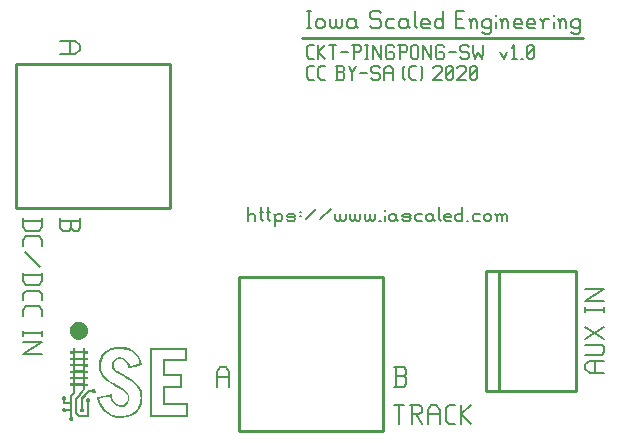
<source format=gbr>
G04 start of page 8 for group -4079 idx -4079 *
G04 Title: (unknown), topsilk *
G04 Creator: pcb 20140316 *
G04 CreationDate: Thu 20 Aug 2020 03:07:22 AM GMT UTC *
G04 For: railfan *
G04 Format: Gerber/RS-274X *
G04 PCB-Dimensions (mil): 2000.00 2000.00 *
G04 PCB-Coordinate-Origin: lower left *
%MOIN*%
%FSLAX25Y25*%
%LNTOPSILK*%
%ADD42C,0.0070*%
%ADD41C,0.0060*%
%ADD40C,0.0065*%
%ADD39C,0.0100*%
%ADD38C,0.0001*%
G54D38*G36*
X22133Y32100D02*X21248Y32387D01*
X20483Y32946D01*
X19935Y33678D01*
X19648Y34541D01*
X19610Y35181D01*
X19691Y35800D01*
X20001Y36565D01*
X20521Y37216D01*
X21368Y37791D01*
X22339Y38034D01*
X23348Y37947D01*
X24292Y37520D01*
X24845Y37015D01*
X25269Y36397D01*
X25502Y35713D01*
X25572Y34986D01*
X25464Y34259D01*
X25198Y33586D01*
X24791Y33038D01*
X24276Y32593D01*
X23674Y32273D01*
X23023Y32100D01*
X22572Y32078D01*
X22133Y32100D01*
G37*
G36*
X23299Y7941D02*X23017Y8130D01*
X22838Y8418D01*
X22833Y8852D01*
X23060Y9205D01*
X23191Y9297D01*
X23202Y9758D01*
X23207Y10870D01*
Y12444D01*
X24303Y13822D01*
X25393Y15205D01*
X26723D01*
X26809Y15325D01*
X27037Y15520D01*
X27189Y15585D01*
X27395Y15596D01*
X27596Y15590D01*
X27748Y15520D01*
X27970Y15330D01*
X28106Y15086D01*
X28122Y14804D01*
X28057Y14532D01*
X27781Y14245D01*
X27395Y14131D01*
X26837Y14380D01*
X26712Y14516D01*
X25724D01*
X24807Y13361D01*
X23896Y12205D01*
Y9308D01*
X23999Y9237D01*
X24259Y8841D01*
X24227Y8342D01*
X23842Y7968D01*
X23299Y7935D01*
Y7941D01*
G37*
G36*
X46162Y17853D02*X46802Y17858D01*
X46796Y6959D01*
X58222D01*
Y10116D01*
X50448D01*
Y16637D01*
X56133D01*
Y19806D01*
X50448D01*
Y25589D01*
X57908D01*
Y28758D01*
X46813D01*
X46802Y17858D01*
X46162Y17853D01*
Y29382D01*
X58542D01*
Y24971D01*
X51082D01*
Y20451D01*
X56763D01*
Y16041D01*
X51099D01*
X51088Y13409D01*
X51082Y10778D01*
X58846D01*
Y6340D01*
X46162D01*
Y17853D01*
G37*
G36*
X35577Y6047D02*X33759Y6389D01*
X32175Y7111D01*
X31068Y7989D01*
X30124Y9096D01*
X29262Y10659D01*
X28616Y12514D01*
X28518Y12883D01*
X30938Y13399D01*
X31871Y13599D01*
X32647Y13762D01*
X33173Y13865D01*
X33374Y13898D01*
X33428Y13686D01*
X33477Y13436D01*
X33559Y13100D01*
X33922Y12075D01*
X34437Y11250D01*
X35083Y10642D01*
X35854Y10279D01*
X36092Y10236D01*
X36488Y10219D01*
X36879Y10236D01*
X37134Y10279D01*
X38154Y10865D01*
X38713Y11901D01*
X38767Y12530D01*
X38713Y13127D01*
X39315Y13301D01*
X39353Y11885D01*
X38995Y10935D01*
X38365Y10203D01*
X37508Y9742D01*
X36472Y9574D01*
X35143Y9877D01*
X34074Y10702D01*
X33282Y11945D01*
X33081Y12471D01*
X32935Y12975D01*
X32886Y13144D01*
X32837Y13160D01*
X32685Y13133D01*
X32327Y13057D01*
X31801Y12943D01*
X31171Y12807D01*
X30021Y12563D01*
X29484Y12444D01*
X29321Y12395D01*
Y12362D01*
X29370Y12178D01*
X29495Y11809D01*
X29641Y11402D01*
X29766Y11076D01*
X30764Y9297D01*
X32050Y7968D01*
X33624Y7100D01*
X35495Y6682D01*
X35891Y6671D01*
X36439D01*
X36987Y6687D01*
X37410Y6720D01*
X38740Y6975D01*
X39901Y7409D01*
X40801Y7941D01*
X41555Y8597D01*
X42158Y9378D01*
X42624Y10284D01*
X42852Y10979D01*
X43009Y11765D01*
X43058Y12720D01*
X43009Y13654D01*
X42782Y14641D01*
X42424Y15531D01*
X41903Y16350D01*
X41219Y17131D01*
X40519Y17777D01*
X39711Y18374D01*
X38637Y19035D01*
X37145Y19865D01*
X36000Y20500D01*
X35208Y20978D01*
X34655Y21379D01*
X34226Y21781D01*
X33678Y22567D01*
X33510Y23435D01*
X33656Y24477D01*
X34090Y25291D01*
X34795Y25855D01*
X35750Y26137D01*
X36331Y26154D01*
X36906Y26088D01*
X37676Y25795D01*
X38344Y25269D01*
X38919Y24504D01*
X39413Y23484D01*
X39499Y23284D01*
X39559Y23240D01*
X39722Y23289D01*
X40101Y23392D01*
X40611Y23544D01*
X41197Y23712D01*
X41773Y23880D01*
X42272Y24032D01*
X42630Y24135D01*
X42771Y24179D01*
X42744Y24303D01*
X42657Y24580D01*
X42532Y24922D01*
X42413Y25237D01*
X41735Y26452D01*
X40845Y27456D01*
X39771Y28231D01*
X38517Y28758D01*
X36760Y29061D01*
X34839Y28975D01*
X33092Y28514D01*
X31692Y27678D01*
X30992Y26951D01*
X30450Y26067D01*
X30081Y25041D01*
X29880Y23891D01*
X29853Y23115D01*
X29891Y22405D01*
X30130Y21423D01*
X30569Y20517D01*
X31209Y19676D01*
X32072Y18884D01*
X32614Y18477D01*
X33244Y18064D01*
X34047Y17587D01*
X35132Y16979D01*
X35859Y16578D01*
X36401Y16269D01*
X36825Y16014D01*
X37199Y15775D01*
X38631Y14565D01*
X39315Y13301D01*
X38713Y13127D01*
X38116Y14196D01*
X36857Y15243D01*
X36494Y15476D01*
X36087Y15721D01*
X35571Y16014D01*
X34877Y16393D01*
X33499Y17169D01*
X32484Y17798D01*
X31709Y18363D01*
X31052Y18943D01*
X30303Y19784D01*
X29766Y20668D01*
X29348Y21851D01*
X29218Y23164D01*
X29310Y24450D01*
X29603Y25649D01*
X30363Y27173D01*
X31524Y28356D01*
X33054Y29181D01*
X34926Y29620D01*
X36385Y29702D01*
X37769Y29577D01*
X39044Y29251D01*
X40183Y28725D01*
X41322Y27879D01*
X42261Y26794D01*
X42988Y25492D01*
X43481Y23989D01*
X43541Y23734D01*
X41339Y23094D01*
X40476Y22850D01*
X39771Y22649D01*
X39293Y22519D01*
X39114Y22475D01*
X39038Y22676D01*
X38810Y23278D01*
X38550Y23853D01*
X37790Y24922D01*
X36841Y25454D01*
X36206Y25519D01*
X35555Y25470D01*
X34698Y24998D01*
X34361Y24537D01*
X34177Y23940D01*
X34139Y23457D01*
X34177Y23045D01*
X34524Y22394D01*
X35251Y21726D01*
X35604Y21482D01*
X36043Y21206D01*
X36618Y20880D01*
X37389Y20457D01*
X38257Y19985D01*
X38940Y19600D01*
X39499Y19269D01*
X39977Y18960D01*
X41203Y18032D01*
X42169Y17044D01*
X42896Y15992D01*
X43384Y14852D01*
X43660Y13480D01*
X43666Y12048D01*
X43411Y10648D01*
X42901Y9384D01*
X42104Y8266D01*
X41062Y7355D01*
X39792Y6677D01*
X38327Y6232D01*
X36949Y6058D01*
X35577Y6053D01*
Y6047D01*
G37*
G36*
X19735Y5027D02*X19339Y5298D01*
X19203Y5743D01*
X19257Y6058D01*
X19453Y6308D01*
X19583Y6422D01*
Y8304D01*
X18910D01*
X18433Y8299D01*
X18237Y8282D01*
X18145Y8158D01*
X17792Y7935D01*
X17364D01*
X17065Y8125D01*
X16881Y8418D01*
X16854Y8749D01*
X16962Y9042D01*
X17179Y9264D01*
X17494Y9384D01*
X17874Y9330D01*
X18183Y9091D01*
X18248Y8993D01*
X18916D01*
X19583Y8988D01*
Y10485D01*
X17250D01*
Y11218D01*
X17245Y11945D01*
X17147Y12015D01*
X16979Y12194D01*
X16870Y12411D01*
X16881Y12845D01*
X17065Y13133D01*
X17353Y13312D01*
X17689Y13344D01*
X17982Y13241D01*
X18205Y13019D01*
X18324Y12699D01*
X18270Y12324D01*
X18031Y12015D01*
X17934Y11945D01*
Y11169D01*
X19583D01*
Y13474D01*
X20049Y14066D01*
X20521Y14657D01*
Y16724D01*
X19610D01*
Y17511D01*
X23994D01*
Y18884D01*
X21178D01*
Y17511D01*
X20521D01*
Y18884D01*
X19610D01*
Y19643D01*
X20511D01*
Y21010D01*
X21194Y21037D01*
X21189Y20375D01*
X21183Y19904D01*
X21194Y19686D01*
X21259Y19676D01*
X21482Y19665D01*
X21916Y19659D01*
X22599Y19654D01*
X23994D01*
Y21037D01*
X21194D01*
X20511Y21010D01*
X19610D01*
Y21770D01*
X20521D01*
X21178Y21797D01*
X23994D01*
Y23170D01*
X21178D01*
Y21797D01*
X20521Y21770D01*
Y23142D01*
X19610D01*
Y23902D01*
X20511D01*
X20521Y25280D01*
X21178Y25323D01*
Y24645D01*
X21183Y24162D01*
X21200Y23945D01*
X21612Y23935D01*
X22599Y23929D01*
X23983D01*
X23988Y24618D01*
Y24634D01*
X23999Y25323D01*
X21178D01*
X20521Y25280D01*
X19610D01*
Y26040D01*
X20511D01*
Y27412D01*
X21194Y27466D01*
X21189Y26810D01*
X21183Y26333D01*
X21194Y26115D01*
X21259Y26105D01*
X21482Y26094D01*
X21916Y26088D01*
X22599Y26083D01*
X23999D01*
X23988Y26777D01*
X23983Y27466D01*
X21194D01*
X20511Y27412D01*
X19610D01*
Y28172D01*
X20521D01*
Y29414D01*
X21178D01*
Y28172D01*
X23994D01*
Y29414D01*
X24683D01*
Y28172D01*
X25594D01*
Y27412D01*
X24683D01*
Y26012D01*
X25594D01*
Y25253D01*
X24683D01*
Y23859D01*
X25594D01*
Y23099D01*
X24683D01*
Y21726D01*
X25594D01*
Y20967D01*
X24683D01*
Y19573D01*
X25594D01*
Y18813D01*
X24683D01*
Y17440D01*
X25594D01*
Y16654D01*
X24683D01*
X24677Y16068D01*
Y15476D01*
X23261Y13686D01*
X21840Y11901D01*
Y7892D01*
X22816Y6915D01*
X25236D01*
Y9037D01*
X25231Y9861D01*
Y10534D01*
X25225Y10990D01*
X25220Y11152D01*
X25095Y11245D01*
X24851Y11711D01*
X24986Y12227D01*
X25562Y12536D01*
X26164Y12265D01*
X26321Y11700D01*
X26023Y11190D01*
X25925Y11120D01*
Y6232D01*
X22534D01*
X21178Y7588D01*
Y12162D01*
X22588Y13941D01*
X23994Y15721D01*
Y16659D01*
X21178D01*
Y14321D01*
X20266Y13171D01*
Y6340D01*
X20332Y6308D01*
X20511Y6139D01*
X20641Y5906D01*
X20608Y5391D01*
X20261Y5011D01*
X19995Y4951D01*
X19735Y4962D01*
Y5027D01*
G37*
G54D39*X190500Y132500D02*X97000D01*
G54D40*X127500Y10370D02*X130760D01*
X129130D02*Y3850D01*
X132716Y10370D02*X135976D01*
X136791Y9555D01*
Y7925D01*
X135976Y7110D02*X136791Y7925D01*
X133531Y7110D02*X135976D01*
X133531Y10370D02*Y3850D01*
X134835Y7110D02*X136791Y3850D01*
X138747Y8740D02*Y3850D01*
Y8740D02*X139888Y10370D01*
X141681D01*
X142822Y8740D01*
Y3850D01*
X138747Y7110D02*X142822D01*
X145919Y3850D02*X148038D01*
X144778Y4991D02*X145919Y3850D01*
X144778Y9229D02*Y4991D01*
Y9229D02*X145919Y10370D01*
X148038D01*
X149994D02*Y3850D01*
Y7110D02*X153254Y10370D01*
X149994Y7110D02*X153254Y3850D01*
X127500Y16350D02*X130760D01*
X131575Y17165D01*
Y19121D02*Y17165D01*
X130760Y19936D02*X131575Y19121D01*
X128315Y19936D02*X130760D01*
X128315Y22870D02*Y16350D01*
X127500Y22870D02*X130760D01*
X131575Y22055D01*
Y20751D01*
X130760Y19936D02*X131575Y20751D01*
X68500Y21240D02*Y16350D01*
Y21240D02*X69641Y22870D01*
X71434D01*
X72575Y21240D01*
Y16350D01*
X68500Y19610D02*X72575D01*
G54D41*X79000Y76330D02*Y71650D01*
Y73405D02*X79585Y73990D01*
X80755D01*
X81340Y73405D01*
Y71650D01*
X83329Y76330D02*Y72235D01*
X83914Y71650D01*
X82744Y74575D02*X83914D01*
X85669Y76330D02*Y72235D01*
X86254Y71650D01*
X85084Y74575D02*X86254D01*
X88009Y73405D02*Y69895D01*
X87424Y73990D02*X88009Y73405D01*
X88594Y73990D01*
X89764D01*
X90349Y73405D01*
Y72235D01*
X89764Y71650D02*X90349Y72235D01*
X88594Y71650D02*X89764D01*
X88009Y72235D02*X88594Y71650D01*
X92338D02*X94093D01*
X94678Y72235D01*
X94093Y72820D02*X94678Y72235D01*
X92338Y72820D02*X94093D01*
X91753Y73405D02*X92338Y72820D01*
X91753Y73405D02*X92338Y73990D01*
X94093D01*
X94678Y73405D01*
X91753Y72235D02*X92338Y71650D01*
X96082Y74575D02*X96667D01*
X96082Y73405D02*X96667D01*
X98071Y72235D02*X101581Y75745D01*
X102985Y72235D02*X106495Y75745D01*
X107899Y73990D02*Y72235D01*
X108484Y71650D01*
X109069D01*
X109654Y72235D01*
Y73990D02*Y72235D01*
X110239Y71650D01*
X110824D01*
X111409Y72235D01*
Y73990D02*Y72235D01*
X112813Y73990D02*Y72235D01*
X113398Y71650D01*
X113983D01*
X114568Y72235D01*
Y73990D02*Y72235D01*
X115153Y71650D01*
X115738D01*
X116323Y72235D01*
Y73990D02*Y72235D01*
X117727Y73990D02*Y72235D01*
X118312Y71650D01*
X118897D01*
X119482Y72235D01*
Y73990D02*Y72235D01*
X120067Y71650D01*
X120652D01*
X121237Y72235D01*
Y73990D02*Y72235D01*
X122641Y71650D02*X123226D01*
X124630Y75160D02*Y75043D01*
Y73405D02*Y71650D01*
X127555Y73990D02*X128140Y73405D01*
X126385Y73990D02*X127555D01*
X125800Y73405D02*X126385Y73990D01*
X125800Y73405D02*Y72235D01*
X126385Y71650D01*
X128140Y73990D02*Y72235D01*
X128725Y71650D01*
X126385D02*X127555D01*
X128140Y72235D01*
X130714Y71650D02*X132469D01*
X133054Y72235D01*
X132469Y72820D02*X133054Y72235D01*
X130714Y72820D02*X132469D01*
X130129Y73405D02*X130714Y72820D01*
X130129Y73405D02*X130714Y73990D01*
X132469D01*
X133054Y73405D01*
X130129Y72235D02*X130714Y71650D01*
X135043Y73990D02*X136798D01*
X134458Y73405D02*X135043Y73990D01*
X134458Y73405D02*Y72235D01*
X135043Y71650D01*
X136798D01*
X139957Y73990D02*X140542Y73405D01*
X138787Y73990D02*X139957D01*
X138202Y73405D02*X138787Y73990D01*
X138202Y73405D02*Y72235D01*
X138787Y71650D01*
X140542Y73990D02*Y72235D01*
X141127Y71650D01*
X138787D02*X139957D01*
X140542Y72235D01*
X142531Y76330D02*Y72235D01*
X143116Y71650D01*
X144871D02*X146626D01*
X144286Y72235D02*X144871Y71650D01*
X144286Y73405D02*Y72235D01*
Y73405D02*X144871Y73990D01*
X146041D01*
X146626Y73405D01*
X144286Y72820D02*X146626D01*
Y73405D02*Y72820D01*
X150370Y76330D02*Y71650D01*
X149785D02*X150370Y72235D01*
X148615Y71650D02*X149785D01*
X148030Y72235D02*X148615Y71650D01*
X148030Y73405D02*Y72235D01*
Y73405D02*X148615Y73990D01*
X149785D01*
X150370Y73405D01*
X151774Y71650D02*X152359D01*
X154348Y73990D02*X156103D01*
X153763Y73405D02*X154348Y73990D01*
X153763Y73405D02*Y72235D01*
X154348Y71650D01*
X156103D01*
X157507Y73405D02*Y72235D01*
Y73405D02*X158092Y73990D01*
X159262D01*
X159847Y73405D01*
Y72235D01*
X159262Y71650D02*X159847Y72235D01*
X158092Y71650D02*X159262D01*
X157507Y72235D02*X158092Y71650D01*
X161836Y73405D02*Y71650D01*
Y73405D02*X162421Y73990D01*
X163006D01*
X163591Y73405D01*
Y71650D01*
Y73405D02*X164176Y73990D01*
X164761D01*
X165346Y73405D01*
Y71650D01*
X161251Y73990D02*X161836Y73405D01*
X98500Y141600D02*X99900D01*
X99200D02*Y136000D01*
X98500D02*X99900D01*
X101580Y138100D02*Y136700D01*
Y138100D02*X102280Y138800D01*
X103680D01*
X104380Y138100D01*
Y136700D01*
X103680Y136000D02*X104380Y136700D01*
X102280Y136000D02*X103680D01*
X101580Y136700D02*X102280Y136000D01*
X106060Y138800D02*Y136700D01*
X106760Y136000D01*
X107460D01*
X108160Y136700D01*
Y138800D02*Y136700D01*
X108860Y136000D01*
X109560D01*
X110260Y136700D01*
Y138800D02*Y136700D01*
X114040Y138800D02*X114740Y138100D01*
X112640Y138800D02*X114040D01*
X111940Y138100D02*X112640Y138800D01*
X111940Y138100D02*Y136700D01*
X112640Y136000D01*
X114740Y138800D02*Y136700D01*
X115440Y136000D01*
X112640D02*X114040D01*
X114740Y136700D01*
X122440Y141600D02*X123140Y140900D01*
X120340Y141600D02*X122440D01*
X119640Y140900D02*X120340Y141600D01*
X119640Y140900D02*Y139500D01*
X120340Y138800D01*
X122440D01*
X123140Y138100D01*
Y136700D01*
X122440Y136000D02*X123140Y136700D01*
X120340Y136000D02*X122440D01*
X119640Y136700D02*X120340Y136000D01*
X125520Y138800D02*X127620D01*
X124820Y138100D02*X125520Y138800D01*
X124820Y138100D02*Y136700D01*
X125520Y136000D01*
X127620D01*
X131400Y138800D02*X132100Y138100D01*
X130000Y138800D02*X131400D01*
X129300Y138100D02*X130000Y138800D01*
X129300Y138100D02*Y136700D01*
X130000Y136000D01*
X132100Y138800D02*Y136700D01*
X132800Y136000D01*
X130000D02*X131400D01*
X132100Y136700D01*
X134480Y141600D02*Y136700D01*
X135180Y136000D01*
X137280D02*X139380D01*
X136580Y136700D02*X137280Y136000D01*
X136580Y138100D02*Y136700D01*
Y138100D02*X137280Y138800D01*
X138680D01*
X139380Y138100D01*
X136580Y137400D02*X139380D01*
Y138100D02*Y137400D01*
X143860Y141600D02*Y136000D01*
X143160D02*X143860Y136700D01*
X141760Y136000D02*X143160D01*
X141060Y136700D02*X141760Y136000D01*
X141060Y138100D02*Y136700D01*
Y138100D02*X141760Y138800D01*
X143160D01*
X143860Y138100D01*
X148060Y139080D02*X150160D01*
X148060Y136000D02*X150860D01*
X148060Y141600D02*Y136000D01*
Y141600D02*X150860D01*
X153240Y138100D02*Y136000D01*
Y138100D02*X153940Y138800D01*
X154640D01*
X155340Y138100D01*
Y136000D01*
X152540Y138800D02*X153240Y138100D01*
X159120Y138800D02*X159820Y138100D01*
X157720Y138800D02*X159120D01*
X157020Y138100D02*X157720Y138800D01*
X157020Y138100D02*Y136700D01*
X157720Y136000D01*
X159120D01*
X159820Y136700D01*
X157020Y134600D02*X157720Y133900D01*
X159120D01*
X159820Y134600D01*
Y138800D02*Y134600D01*
G54D42*X161500Y140200D02*Y140060D01*
G54D41*Y138100D02*Y136000D01*
X163600Y138100D02*Y136000D01*
Y138100D02*X164300Y138800D01*
X165000D01*
X165700Y138100D01*
Y136000D01*
X162900Y138800D02*X163600Y138100D01*
X168080Y136000D02*X170180D01*
X167380Y136700D02*X168080Y136000D01*
X167380Y138100D02*Y136700D01*
Y138100D02*X168080Y138800D01*
X169480D01*
X170180Y138100D01*
X167380Y137400D02*X170180D01*
Y138100D02*Y137400D01*
X172560Y136000D02*X174660D01*
X171860Y136700D02*X172560Y136000D01*
X171860Y138100D02*Y136700D01*
Y138100D02*X172560Y138800D01*
X173960D01*
X174660Y138100D01*
X171860Y137400D02*X174660D01*
Y138100D02*Y137400D01*
X177040Y138100D02*Y136000D01*
Y138100D02*X177740Y138800D01*
X179140D01*
X176340D02*X177040Y138100D01*
G54D42*X180820Y140200D02*Y140060D01*
G54D41*Y138100D02*Y136000D01*
X182920Y138100D02*Y136000D01*
Y138100D02*X183620Y138800D01*
X184320D01*
X185020Y138100D01*
Y136000D01*
X182220Y138800D02*X182920Y138100D01*
X188800Y138800D02*X189500Y138100D01*
X187400Y138800D02*X188800D01*
X186700Y138100D02*X187400Y138800D01*
X186700Y138100D02*Y136700D01*
X187400Y136000D01*
X188800D01*
X189500Y136700D01*
X186700Y134600D02*X187400Y133900D01*
X188800D01*
X189500Y134600D01*
Y138800D02*Y134600D01*
X99319Y125650D02*X100840D01*
X98500Y126469D02*X99319Y125650D01*
X98500Y129511D02*Y126469D01*
Y129511D02*X99319Y130330D01*
X100840D01*
X102244D02*Y125650D01*
Y127990D02*X104584Y130330D01*
X102244Y127990D02*X104584Y125650D01*
X105988Y130330D02*X108328D01*
X107158D02*Y125650D01*
X109732Y127990D02*X112072D01*
X114061Y130330D02*Y125650D01*
X113476Y130330D02*X115816D01*
X116401Y129745D01*
Y128575D01*
X115816Y127990D02*X116401Y128575D01*
X114061Y127990D02*X115816D01*
X117805Y130330D02*X118975D01*
X118390D02*Y125650D01*
X117805D02*X118975D01*
X120379Y130330D02*Y125650D01*
Y130330D02*X123304Y125650D01*
Y130330D02*Y125650D01*
X127048Y130330D02*X127633Y129745D01*
X125293Y130330D02*X127048D01*
X124708Y129745D02*X125293Y130330D01*
X124708Y129745D02*Y126235D01*
X125293Y125650D01*
X127048D01*
X127633Y126235D01*
Y127405D02*Y126235D01*
X127048Y127990D02*X127633Y127405D01*
X125878Y127990D02*X127048D01*
X129622Y130330D02*Y125650D01*
X129037Y130330D02*X131377D01*
X131962Y129745D01*
Y128575D01*
X131377Y127990D02*X131962Y128575D01*
X129622Y127990D02*X131377D01*
X133366Y129745D02*Y126235D01*
Y129745D02*X133951Y130330D01*
X135121D01*
X135706Y129745D01*
Y126235D01*
X135121Y125650D02*X135706Y126235D01*
X133951Y125650D02*X135121D01*
X133366Y126235D02*X133951Y125650D01*
X137110Y130330D02*Y125650D01*
Y130330D02*X140035Y125650D01*
Y130330D02*Y125650D01*
X143779Y130330D02*X144364Y129745D01*
X142024Y130330D02*X143779D01*
X141439Y129745D02*X142024Y130330D01*
X141439Y129745D02*Y126235D01*
X142024Y125650D01*
X143779D01*
X144364Y126235D01*
Y127405D02*Y126235D01*
X143779Y127990D02*X144364Y127405D01*
X142609Y127990D02*X143779D01*
X145768D02*X148108D01*
X151852Y130330D02*X152437Y129745D01*
X150097Y130330D02*X151852D01*
X149512Y129745D02*X150097Y130330D01*
X149512Y129745D02*Y128575D01*
X150097Y127990D01*
X151852D01*
X152437Y127405D01*
Y126235D01*
X151852Y125650D02*X152437Y126235D01*
X150097Y125650D02*X151852D01*
X149512Y126235D02*X150097Y125650D01*
X153841Y130330D02*Y127990D01*
X154426Y125650D01*
X155596Y127990D01*
X156766Y125650D01*
X157351Y127990D01*
Y130330D02*Y127990D01*
X162967D02*X164137Y125650D01*
X165307Y127990D02*X164137Y125650D01*
X166711Y129394D02*X167647Y130330D01*
Y125650D01*
X166711D02*X168466D01*
X169870D02*X170455D01*
X171859Y126235D02*X172444Y125650D01*
X171859Y129745D02*Y126235D01*
Y129745D02*X172444Y130330D01*
X173614D01*
X174199Y129745D01*
Y126235D01*
X173614Y125650D02*X174199Y126235D01*
X172444Y125650D02*X173614D01*
X171859Y126820D02*X174199Y129160D01*
X99319Y118650D02*X100840D01*
X98500Y119469D02*X99319Y118650D01*
X98500Y122511D02*Y119469D01*
Y122511D02*X99319Y123330D01*
X100840D01*
X103063Y118650D02*X104584D01*
X102244Y119469D02*X103063Y118650D01*
X102244Y122511D02*Y119469D01*
Y122511D02*X103063Y123330D01*
X104584D01*
X108094Y118650D02*X110434D01*
X111019Y119235D01*
Y120639D02*Y119235D01*
X110434Y121224D02*X111019Y120639D01*
X108679Y121224D02*X110434D01*
X108679Y123330D02*Y118650D01*
X108094Y123330D02*X110434D01*
X111019Y122745D01*
Y121809D01*
X110434Y121224D02*X111019Y121809D01*
X112423Y123330D02*X113593Y120990D01*
X114763Y123330D01*
X113593Y120990D02*Y118650D01*
X116167Y120990D02*X118507D01*
X122251Y123330D02*X122836Y122745D01*
X120496Y123330D02*X122251D01*
X119911Y122745D02*X120496Y123330D01*
X119911Y122745D02*Y121575D01*
X120496Y120990D01*
X122251D01*
X122836Y120405D01*
Y119235D01*
X122251Y118650D02*X122836Y119235D01*
X120496Y118650D02*X122251D01*
X119911Y119235D02*X120496Y118650D01*
X124240Y122160D02*Y118650D01*
Y122160D02*X125059Y123330D01*
X126346D01*
X127165Y122160D01*
Y118650D01*
X124240Y120990D02*X127165D01*
X130675Y119235D02*X131260Y118650D01*
X130675Y122745D02*X131260Y123330D01*
X130675Y122745D02*Y119235D01*
X133483Y118650D02*X135004D01*
X132664Y119469D02*X133483Y118650D01*
X132664Y122511D02*Y119469D01*
Y122511D02*X133483Y123330D01*
X135004D01*
X136408D02*X136993Y122745D01*
Y119235D01*
X136408Y118650D02*X136993Y119235D01*
X140503Y122745D02*X141088Y123330D01*
X142843D01*
X143428Y122745D01*
Y121575D01*
X140503Y118650D02*X143428Y121575D01*
X140503Y118650D02*X143428D01*
X144832Y119235D02*X145417Y118650D01*
X144832Y122745D02*Y119235D01*
Y122745D02*X145417Y123330D01*
X146587D01*
X147172Y122745D01*
Y119235D01*
X146587Y118650D02*X147172Y119235D01*
X145417Y118650D02*X146587D01*
X144832Y119820D02*X147172Y122160D01*
X148576Y122745D02*X149161Y123330D01*
X150916D01*
X151501Y122745D01*
Y121575D01*
X148576Y118650D02*X151501Y121575D01*
X148576Y118650D02*X151501D01*
X152905Y119235D02*X153490Y118650D01*
X152905Y122745D02*Y119235D01*
Y122745D02*X153490Y123330D01*
X154660D01*
X155245Y122745D01*
Y119235D01*
X154660Y118650D02*X155245Y119235D01*
X153490Y118650D02*X154660D01*
X152905Y119820D02*X155245Y122160D01*
G54D40*X16350Y72500D02*Y69240D01*
X17165Y68425D01*
X19121D01*
X19936Y69240D02*X19121Y68425D01*
X19936Y71685D02*Y69240D01*
X16350Y71685D02*X22870D01*
Y72500D02*Y69240D01*
X22055Y68425D01*
X20751D02*X22055D01*
X19936Y69240D02*X20751Y68425D01*
X16350Y131500D02*X21240D01*
X22870Y130359D01*
Y128566D01*
X21240Y127425D01*
X16350D02*X21240D01*
X19610Y131500D02*Y127425D01*
X3850Y71685D02*X10370D01*
Y69566D02*X9229Y68425D01*
X4991D02*X9229D01*
X3850Y69566D02*X4991Y68425D01*
X3850Y72500D02*Y69566D01*
X10370Y72500D02*Y69566D01*
X3850Y65328D02*Y63209D01*
X4991Y66469D02*X3850Y65328D01*
X4991Y66469D02*X9229D01*
X10370Y65328D01*
Y63209D01*
X4665Y61253D02*X9555Y56363D01*
X3850Y53592D02*X10370D01*
Y51473D02*X9229Y50332D01*
X4991D02*X9229D01*
X3850Y51473D02*X4991Y50332D01*
X3850Y54407D02*Y51473D01*
X10370Y54407D02*Y51473D01*
X3850Y47235D02*Y45116D01*
X4991Y48376D02*X3850Y47235D01*
X4991Y48376D02*X9229D01*
X10370Y47235D01*
Y45116D01*
X3850Y42019D02*Y39900D01*
X4991Y43160D02*X3850Y42019D01*
X4991Y43160D02*X9229D01*
X10370Y42019D01*
Y39900D01*
Y35010D02*Y33380D01*
X3850Y34195D02*X10370D01*
X3850Y35010D02*Y33380D01*
Y31424D02*X10370D01*
X3850Y27349D01*
X10370D01*
X192760Y21000D02*X197650D01*
X192760D02*X191130Y22141D01*
Y23934D02*Y22141D01*
Y23934D02*X192760Y25075D01*
X197650D01*
X194390D02*Y21000D01*
X191130Y27031D02*X196835D01*
X197650Y27846D01*
Y29476D02*Y27846D01*
Y29476D02*X196835Y30291D01*
X191130D02*X196835D01*
X197650Y32247D02*X191130Y36322D01*
Y32247D02*X197650Y36322D01*
X191130Y42842D02*Y41212D01*
Y42027D02*X197650D01*
Y42842D02*Y41212D01*
X191130Y44798D02*X197650D01*
X191130D02*X197650Y48873D01*
X191130D02*X197650D01*
G54D39*X188300Y55000D02*Y15000D01*
X158300Y55000D02*Y15000D01*
X162700Y55000D02*Y15000D01*
X158300D02*X188300D01*
X158300Y55000D02*X188300D01*
X75984Y52811D02*Y1630D01*
Y52811D02*X124016D01*
Y1630D01*
X75984D02*X124016D01*
X1630Y124016D02*X52811D01*
Y75984D01*
X1630D02*X52811D01*
X1630Y124016D02*Y75984D01*
M02*

</source>
